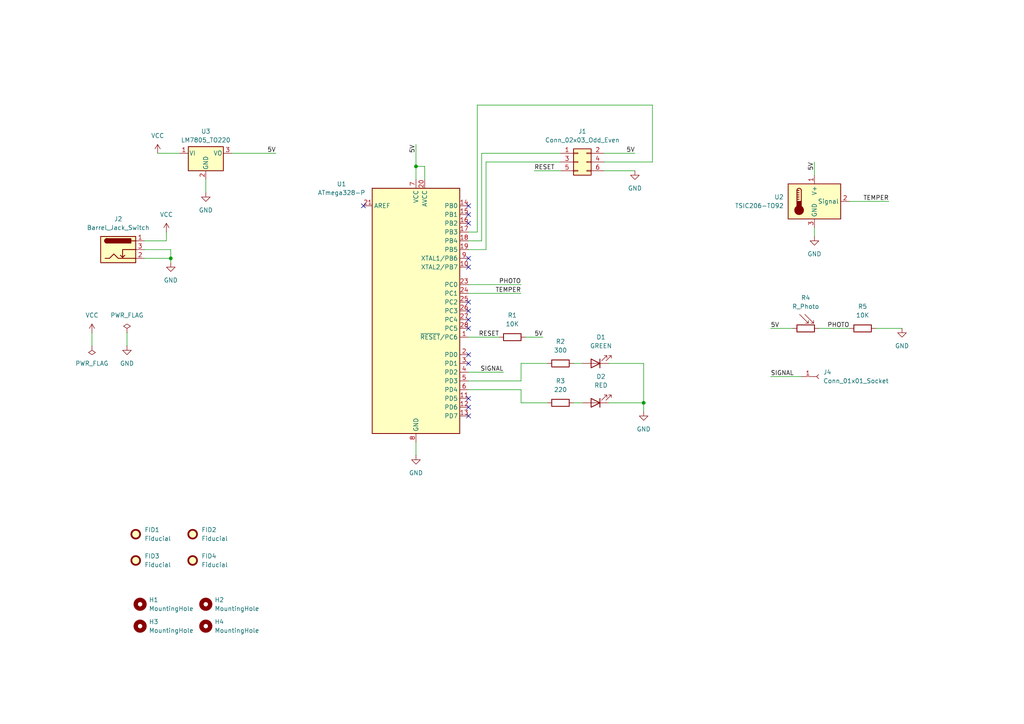
<source format=kicad_sch>
(kicad_sch (version 20231120) (generator "eeschema") (generator_version "8.0")
  (paper "A4")
  (lib_symbols
    (symbol "Connector:Barrel_Jack_Switch" (pin_names hide)
      (property "Reference" "J" (at 0 5.334 0))
      (property "Value" "Barrel_Jack_Switch" (at 0 -5.08 0))
      (symbol "Barrel_Jack_Switch_0_1"
        (rectangle (start -5.08 3.81) (end 5.08 -3.81) (stroke (width 0.254)) (fill (type background)))
        (arc (start -3.302 3.175) (mid -3.9343 2.54) (end -3.302 1.905) (stroke (width 0.254)))
        (arc (start -3.302 3.175) (mid -3.9343 2.54) (end -3.302 1.905) (stroke (width 0.254)) (fill (type outline)))
        (polyline (pts (xy 1.27 -2.286) (xy 1.905 -1.651)) (stroke (width 0.254)))
        (polyline (pts (xy 5.08 2.54) (xy 3.81 2.54)) (stroke (width 0.254)))
        (polyline (pts (xy 5.08 0) (xy 1.27 0) (xy 1.27 -2.286) (xy 0.635 -1.651)) (stroke (width 0.254)))
        (polyline (pts (xy -3.81 -2.54) (xy -2.54 -2.54) (xy -1.27 -1.27) (xy 0 -2.54) (xy 2.54 -2.54) (xy 5.08 -2.54)) (stroke (width 0.254)))
        (rectangle (start 3.683 3.175) (end -3.302 1.905) (stroke (width 0.254)) (fill (type outline)))
      )
      (symbol "Barrel_Jack_Switch_1_1"
        (pin passive line (at 7.62 2.54 180) (length 2.54) (name "~") (number "1"))
        (pin passive line (at 7.62 -2.54 180) (length 2.54) (name "~") (number "2"))
        (pin passive line (at 7.62 0 180) (length 2.54) (name "~") (number "3"))
      )
    )
    (symbol "Connector:Conn_01x01_Socket" (pin_names (offset 1.016) hide)
      (property "Reference" "J" (at 0 2.54 0))
      (property "Value" "Conn_01x01_Socket" (at 0 -2.54 0))
      (symbol "Conn_01x01_Socket_1_1"
        (polyline (pts (xy -1.27 0) (xy -0.508 0)) (stroke (width 0.1524)))
        (arc (start 0 0.508) (mid -0.5058 0) (end 0 -0.508) (stroke (width 0.1524)))
        (pin passive line (at -5.08 0 0) (length 3.81) (name "Pin_1") (number "1"))
      )
    )
    (symbol "Connector_Generic:Conn_02x03_Odd_Even" (pin_names (offset 1.016) hide)
      (property "Reference" "J" (at 1.27 5.08 0))
      (property "Value" "Conn_02x03_Odd_Even" (at 1.27 -5.08 0))
      (symbol "Conn_02x03_Odd_Even_1_1"
        (rectangle (start -1.27 -2.413) (end 0 -2.667) (stroke (width 0.1524)))
        (rectangle (start -1.27 0.127) (end 0 -0.127) (stroke (width 0.1524)))
        (rectangle (start -1.27 2.667) (end 0 2.413) (stroke (width 0.1524)))
        (rectangle (start -1.27 3.81) (end 3.81 -3.81) (stroke (width 0.254)) (fill (type background)))
        (rectangle (start 3.81 -2.413) (end 2.54 -2.667) (stroke (width 0.1524)))
        (rectangle (start 3.81 0.127) (end 2.54 -0.127) (stroke (width 0.1524)))
        (rectangle (start 3.81 2.667) (end 2.54 2.413) (stroke (width 0.1524)))
        (pin passive line (at -5.08 2.54 0) (length 3.81) (name "Pin_1") (number "1"))
        (pin passive line (at 7.62 2.54 180) (length 3.81) (name "Pin_2") (number "2"))
        (pin passive line (at -5.08 0 0) (length 3.81) (name "Pin_3") (number "3"))
        (pin passive line (at 7.62 0 180) (length 3.81) (name "Pin_4") (number "4"))
        (pin passive line (at -5.08 -2.54 0) (length 3.81) (name "Pin_5") (number "5"))
        (pin passive line (at 7.62 -2.54 180) (length 3.81) (name "Pin_6") (number "6"))
      )
    )
    (symbol "Device:LED" (pin_numbers hide) (pin_names (offset 1.016) hide)
      (property "Reference" "D" (at 0 2.54 0))
      (property "Value" "LED" (at 0 -2.54 0))
      (symbol "LED_0_1"
        (polyline (pts (xy -1.27 -1.27) (xy -1.27 1.27)) (stroke (width 0.254)))
        (polyline (pts (xy -1.27 0) (xy 1.27 0)))
        (polyline (pts (xy 1.27 -1.27) (xy 1.27 1.27) (xy -1.27 0) (xy 1.27 -1.27)) (stroke (width 0.254)))
        (polyline (pts (xy -3.048 -0.762) (xy -4.572 -2.286) (xy -3.81 -2.286) (xy -4.572 -2.286) (xy -4.572 -1.524)))
        (polyline (pts (xy -1.778 -0.762) (xy -3.302 -2.286) (xy -2.54 -2.286) (xy -3.302 -2.286) (xy -3.302 -1.524)))
      )
      (symbol "LED_1_1"
        (pin passive line (at -3.81 0 0) (length 2.54) (name "K") (number "1"))
        (pin passive line (at 3.81 0 180) (length 2.54) (name "A") (number "2"))
      )
    )
    (symbol "Device:R" (pin_numbers hide) (pin_names (offset 0))
      (property "Reference" "R" (at 2.032 0 90))
      (property "Value" "R" (at 0 0 90))
      (symbol "R_0_1"
        (rectangle (start -1.016 -2.54) (end 1.016 2.54) (stroke (width 0.254)))
      )
      (symbol "R_1_1"
        (pin passive line (at 0 3.81 270) (length 1.27) (name "~") (number "1"))
        (pin passive line (at 0 -3.81 90) (length 1.27) (name "~") (number "2"))
      )
    )
    (symbol "Device:R_Photo" (pin_numbers hide) (pin_names (offset 0))
      (property "Reference" "R" (at 1.27 1.27 0))
      (property "Value" "R_Photo" (at 1.27 0 0))
      (symbol "R_Photo_0_1"
        (rectangle (start -1.016 2.54) (end 1.016 -2.54) (stroke (width 0.254)))
        (polyline (pts (xy -1.524 -2.286) (xy -4.064 0.254)))
        (polyline (pts (xy -1.524 -2.286) (xy -2.286 -2.286)))
        (polyline (pts (xy -1.524 -2.286) (xy -1.524 -1.524)))
        (polyline (pts (xy -1.524 -0.762) (xy -4.064 1.778)))
        (polyline (pts (xy -1.524 -0.762) (xy -2.286 -0.762)))
        (polyline (pts (xy -1.524 -0.762) (xy -1.524 0)))
      )
      (symbol "R_Photo_1_1"
        (pin passive line (at 0 3.81 270) (length 1.27) (name "~") (number "1"))
        (pin passive line (at 0 -3.81 90) (length 1.27) (name "~") (number "2"))
      )
    )
    (symbol "MCU_Microchip_ATmega:ATmega328-P"
      (property "Reference" "U" (at -12.7 36.83 0))
      (property "Value" "ATmega328-P" (at 2.54 -36.83 0))
      (symbol "ATmega328-P_0_1"
        (rectangle (start -12.7 -35.56) (end 12.7 35.56) (stroke (width 0.254)) (fill (type background)))
      )
      (symbol "ATmega328-P_1_1"
        (pin bidirectional line (at 15.24 -7.62 180) (length 2.54) (name "~{RESET}/PC6") (number "1"))
        (pin bidirectional line (at 15.24 12.7 180) (length 2.54) (name "XTAL2/PB7") (number "10"))
        (pin bidirectional line (at 15.24 -25.4 180) (length 2.54) (name "PD5") (number "11"))
        (pin bidirectional line (at 15.24 -27.94 180) (length 2.54) (name "PD6") (number "12"))
        (pin bidirectional line (at 15.24 -30.48 180) (length 2.54) (name "PD7") (number "13"))
        (pin bidirectional line (at 15.24 30.48 180) (length 2.54) (name "PB0") (number "14"))
        (pin bidirectional line (at 15.24 27.94 180) (length 2.54) (name "PB1") (number "15"))
        (pin bidirectional line (at 15.24 25.4 180) (length 2.54) (name "PB2") (number "16"))
        (pin bidirectional line (at 15.24 22.86 180) (length 2.54) (name "PB3") (number "17"))
        (pin bidirectional line (at 15.24 20.32 180) (length 2.54) (name "PB4") (number "18"))
        (pin bidirectional line (at 15.24 17.78 180) (length 2.54) (name "PB5") (number "19"))
        (pin bidirectional line (at 15.24 -12.7 180) (length 2.54) (name "PD0") (number "2"))
        (pin power_in line (at 2.54 38.1 270) (length 2.54) (name "AVCC") (number "20"))
        (pin passive line (at -15.24 30.48 0) (length 2.54) (name "AREF") (number "21"))
        (pin passive line (at 0 -38.1 90) (length 2.54) hide (name "GND") (number "22"))
        (pin bidirectional line (at 15.24 7.62 180) (length 2.54) (name "PC0") (number "23"))
        (pin bidirectional line (at 15.24 5.08 180) (length 2.54) (name "PC1") (number "24"))
        (pin bidirectional line (at 15.24 2.54 180) (length 2.54) (name "PC2") (number "25"))
        (pin bidirectional line (at 15.24 0 180) (length 2.54) (name "PC3") (number "26"))
        (pin bidirectional line (at 15.24 -2.54 180) (length 2.54) (name "PC4") (number "27"))
        (pin bidirectional line (at 15.24 -5.08 180) (length 2.54) (name "PC5") (number "28"))
        (pin bidirectional line (at 15.24 -15.24 180) (length 2.54) (name "PD1") (number "3"))
        (pin bidirectional line (at 15.24 -17.78 180) (length 2.54) (name "PD2") (number "4"))
        (pin bidirectional line (at 15.24 -20.32 180) (length 2.54) (name "PD3") (number "5"))
        (pin bidirectional line (at 15.24 -22.86 180) (length 2.54) (name "PD4") (number "6"))
        (pin power_in line (at 0 38.1 270) (length 2.54) (name "VCC") (number "7"))
        (pin power_in line (at 0 -38.1 90) (length 2.54) (name "GND") (number "8"))
        (pin bidirectional line (at 15.24 15.24 180) (length 2.54) (name "XTAL1/PB6") (number "9"))
      )
    )
    (symbol "Mechanical:Fiducial" (exclude_from_sim yes) (in_bom no)
      (property "Reference" "FID" (at 0 5.08 0))
      (property "Value" "Fiducial" (at 0 3.175 0))
      (symbol "Fiducial_0_1"
        (circle (center 0 0) (radius 1.27) (stroke (width 0.508)) (fill (type background)))
      )
    )
    (symbol "Mechanical:MountingHole" (pin_names (offset 1.016)) (exclude_from_sim yes) (in_bom no)
      (property "Reference" "H" (at 0 5.08 0))
      (property "Value" "MountingHole" (at 0 3.175 0))
      (symbol "MountingHole_0_1"
        (circle (center 0 0) (radius 1.27) (stroke (width 1.27)))
      )
    )
    (symbol "Regulator_Linear:LM7805_TO220" (pin_names (offset 0.254))
      (property "Reference" "U" (at -3.81 3.175 0))
      (property "Value" "LM7805_TO220" (at 0 3.175 0))
      (symbol "LM7805_TO220_0_1"
        (rectangle (start -5.08 1.905) (end 5.08 -5.08) (stroke (width 0.254)) (fill (type background)))
      )
      (symbol "LM7805_TO220_1_1"
        (pin power_in line (at -7.62 0 0) (length 2.54) (name "VI") (number "1"))
        (pin power_in line (at 0 -7.62 90) (length 2.54) (name "GND") (number "2"))
        (pin power_out line (at 7.62 0 180) (length 2.54) (name "VO") (number "3"))
      )
    )
    (symbol "Sensor_Temperature:TSIC206-TO92"
      (property "Reference" "U" (at -6.35 6.35 0))
      (property "Value" "TSIC206-TO92" (at 1.27 6.35 0))
      (symbol "TSIC206-TO92_0_1"
        (rectangle (start -7.62 5.08) (end 7.62 -5.08) (stroke (width 0.254)) (fill (type background)))
        (circle (center -4.445 -2.54) (radius 1.27) (stroke (width 0.254)) (fill (type outline)))
        (rectangle (start -3.81 -1.905) (end -5.08 0) (stroke (width 0.254)) (fill (type outline)))
        (arc (start -3.81 3.175) (mid -4.445 3.8073) (end -5.08 3.175) (stroke (width 0.254)))
        (polyline (pts (xy -5.08 0.635) (xy -4.445 0.635)) (stroke (width 0.254)))
        (polyline (pts (xy -5.08 1.27) (xy -4.445 1.27)) (stroke (width 0.254)))
        (polyline (pts (xy -5.08 1.905) (xy -4.445 1.905)) (stroke (width 0.254)))
        (polyline (pts (xy -5.08 2.54) (xy -4.445 2.54)) (stroke (width 0.254)))
        (polyline (pts (xy -5.08 3.175) (xy -5.08 0)) (stroke (width 0.254)))
        (polyline (pts (xy -5.08 3.175) (xy -4.445 3.175)) (stroke (width 0.254)))
        (polyline (pts (xy -3.81 3.175) (xy -3.81 0)) (stroke (width 0.254)))
      )
      (symbol "TSIC206-TO92_1_1"
        (pin power_in line (at 0 7.62 270) (length 2.54) (name "V+") (number "1"))
        (pin output line (at 10.16 0 180) (length 2.54) (name "Signal") (number "2"))
        (pin power_in line (at 0 -7.62 90) (length 2.54) (name "GND") (number "3"))
      )
    )
    (symbol "power:GND" (power) (pin_numbers hide) (pin_names (offset 0) hide)
      (property "Value" "GND" (at 0 -3.81 0))
      (symbol "GND_0_1"
        (polyline (pts (xy 0 0) (xy 0 -1.27) (xy 1.27 -1.27) (xy 0 -2.54) (xy -1.27 -1.27) (xy 0 -1.27)))
      )
      (symbol "GND_1_1"
        (pin power_in line (at 0 0 270) (length 0) (name "~") (number "1"))
      )
    )
    (symbol "power:PWR_FLAG" (power) (pin_numbers hide) (pin_names (offset 0) hide)
      (property "Value" "PWR_FLAG" (at 0 3.81 0))
      (symbol "PWR_FLAG_0_0"
        (pin power_out line (at 0 0 90) (length 0) (name "~") (number "1"))
      )
      (symbol "PWR_FLAG_0_1"
        (polyline (pts (xy 0 0) (xy 0 1.27) (xy -1.016 1.905) (xy 0 2.54) (xy 1.016 1.905) (xy 0 1.27)))
      )
    )
    (symbol "power:VCC" (power) (pin_numbers hide) (pin_names (offset 0) hide)
      (property "Value" "VCC" (at 0 3.556 0))
      (symbol "VCC_0_1"
        (polyline (pts (xy -0.762 1.27) (xy 0 2.54)))
        (polyline (pts (xy 0 0) (xy 0 2.54)))
        (polyline (pts (xy 0 2.54) (xy 0.762 1.27)))
      )
      (symbol "VCC_1_1"
        (pin power_in line (at 0 0 90) (length 0) (name "~") (number "1"))
      )
    )
  )
  (junction (at 186.69 116.84))
  (junction (at 49.53 74.93))
  (junction (at 120.65 48.26))
  (no_connect (at 135.89 120.65))
  (no_connect (at 135.89 102.87))
  (no_connect (at 135.89 105.41))
  (no_connect (at 135.89 64.77))
  (no_connect (at 135.89 59.69))
  (no_connect (at 135.89 92.71))
  (no_connect (at 135.89 77.47))
  (no_connect (at 135.89 118.11))
  (no_connect (at 135.89 115.57))
  (no_connect (at 135.89 62.23))
  (no_connect (at 135.89 95.25))
  (no_connect (at 135.89 87.63))
  (no_connect (at 135.89 74.93))
  (no_connect (at 135.89 90.17))
  (no_connect (at 105.41 59.69))
  (wire (pts (xy 175.26 44.45) (xy 184.15 44.45)))
  (wire (pts (xy 67.31 44.45) (xy 80.01 44.45)))
  (wire (pts (xy 176.53 116.84) (xy 186.69 116.84)))
  (wire (pts (xy 41.91 74.93) (xy 49.53 74.93)))
  (wire (pts (xy 154.94 49.53) (xy 162.56 49.53)))
  (wire (pts (xy 236.22 46.99) (xy 236.22 50.8)))
  (wire (pts (xy 223.52 95.25) (xy 229.87 95.25)))
  (wire (pts (xy 48.26 69.85) (xy 48.26 67.31)))
  (wire (pts (xy 123.19 48.26) (xy 123.19 52.07)))
  (wire (pts (xy 138.43 67.31) (xy 138.43 30.48)))
  (wire (pts (xy 36.83 96.52) (xy 36.83 100.33)))
  (wire (pts (xy 135.89 85.09) (xy 151.13 85.09)))
  (wire (pts (xy 135.89 67.31) (xy 138.43 67.31)))
  (wire (pts (xy 151.13 116.84) (xy 158.75 116.84)))
  (wire (pts (xy 189.23 30.48) (xy 189.23 46.99)))
  (wire (pts (xy 120.65 48.26) (xy 120.65 52.07)))
  (wire (pts (xy 139.7 44.45) (xy 162.56 44.45)))
  (wire (pts (xy 120.65 128.27) (xy 120.65 132.08)))
  (wire (pts (xy 140.97 46.99) (xy 162.56 46.99)))
  (wire (pts (xy 236.22 66.04) (xy 236.22 68.58)))
  (wire (pts (xy 135.89 69.85) (xy 139.7 69.85)))
  (wire (pts (xy 135.89 110.49) (xy 151.13 110.49)))
  (wire (pts (xy 135.89 72.39) (xy 140.97 72.39)))
  (wire (pts (xy 151.13 110.49) (xy 151.13 105.41)))
  (wire (pts (xy 246.38 58.42) (xy 257.81 58.42)))
  (wire (pts (xy 189.23 46.99) (xy 175.26 46.99)))
  (wire (pts (xy 186.69 116.84) (xy 186.69 119.38)))
  (wire (pts (xy 41.91 72.39) (xy 49.53 72.39)))
  (wire (pts (xy 152.4 97.79) (xy 157.48 97.79)))
  (wire (pts (xy 135.89 107.95) (xy 146.05 107.95)))
  (wire (pts (xy 49.53 74.93) (xy 49.53 76.2)))
  (wire (pts (xy 223.52 109.22) (xy 232.41 109.22)))
  (wire (pts (xy 135.89 113.03) (xy 151.13 113.03)))
  (wire (pts (xy 59.69 52.07) (xy 59.69 55.88)))
  (wire (pts (xy 186.69 105.41) (xy 186.69 116.84)))
  (wire (pts (xy 135.89 97.79) (xy 144.78 97.79)))
  (wire (pts (xy 138.43 30.48) (xy 189.23 30.48)))
  (wire (pts (xy 237.49 95.25) (xy 246.38 95.25)))
  (wire (pts (xy 176.53 105.41) (xy 186.69 105.41)))
  (wire (pts (xy 166.37 116.84) (xy 168.91 116.84)))
  (wire (pts (xy 123.19 48.26) (xy 120.65 48.26)))
  (wire (pts (xy 166.37 105.41) (xy 168.91 105.41)))
  (wire (pts (xy 45.72 44.45) (xy 52.07 44.45)))
  (wire (pts (xy 254 95.25) (xy 261.62 95.25)))
  (wire (pts (xy 175.26 49.53) (xy 184.15 49.53)))
  (wire (pts (xy 41.91 69.85) (xy 48.26 69.85)))
  (wire (pts (xy 139.7 69.85) (xy 139.7 44.45)))
  (wire (pts (xy 151.13 113.03) (xy 151.13 116.84)))
  (wire (pts (xy 151.13 105.41) (xy 158.75 105.41)))
  (wire (pts (xy 135.89 82.55) (xy 151.13 82.55)))
  (wire (pts (xy 49.53 72.39) (xy 49.53 74.93)))
  (wire (pts (xy 120.65 41.91) (xy 120.65 48.26)))
  (wire (pts (xy 140.97 72.39) (xy 140.97 46.99)))
  (wire (pts (xy 26.67 96.52) (xy 26.67 100.33)))
  (label "SIGNAL" (at 146.05 107.95 180))
  (label "SIGNAL" (at 223.52 109.22 0))
  (label "5V" (at 223.52 95.25 0))
  (label "5V" (at 236.22 46.99 270))
  (label "5V" (at 120.65 41.91 270))
  (label "5V" (at 157.48 97.79 180))
  (label "RESET" (at 144.78 97.79 180))
  (label "TEMPER" (at 151.13 85.09 180))
  (label "PHOTO" (at 151.13 82.55 180))
  (label "5V" (at 184.15 44.45 180))
  (label "RESET" (at 154.94 49.53 0))
  (label "PHOTO" (at 246.38 95.25 180))
  (label "5V" (at 80.01 44.45 180))
  (label "TEMPER" (at 257.81 58.42 180))
  (symbol (lib_id "power:GND") (at 120.65 132.08 0) (unit 1)
    (property "Reference" "#PWR02" (effects (hide yes)))
    (property "Value" "GND" (at 120.65 137.16 0))
    (property "Description" "Power symbol creates a global label with name \"GND\" , ground" (effects (hide yes)))
  )
  (symbol (lib_id "Device:R") (at 148.59 97.79 90) (unit 1)
    (property "Reference" "R1" (at 148.59 91.44 90))
    (property "Value" "10K" (at 148.59 93.98 90))
    (property "Footprint" "Resistor_THT:R_Axial_DIN0207_L6.3mm_D2.5mm_P10.16mm_Horizontal" (effects (hide yes)))
    (property "Description" "Resistor" (effects (hide yes)))
  )
  (symbol (lib_id "power:PWR_FLAG") (at 26.67 100.33 180) (unit 1)
    (property "Reference" "#FLG01" (effects (hide yes)))
    (property "Value" "PWR_FLAG" (at 26.67 105.41 0))
    (property "Description" "Special symbol for telling ERC where power comes from" (effects (hide yes)))
  )
  (symbol (lib_id "Mechanical:Fiducial") (at 55.88 154.94 0) (unit 1) (exclude_from_sim yes) (in_bom no)
    (property "Reference" "FID2" (at 58.42 153.6699 0) (effects (justify left)))
    (property "Value" "Fiducial" (at 58.42 156.2099 0) (effects (justify left)))
    (property "Footprint" "Fiducial:Fiducial_1mm_Mask2mm" (effects (hide yes)))
    (property "Description" "Fiducial Marker" (effects (hide yes)))
  )
  (symbol (lib_id "Mechanical:Fiducial") (at 55.88 162.56 0) (unit 1) (exclude_from_sim yes) (in_bom no)
    (property "Reference" "FID4" (at 58.42 161.2899 0) (effects (justify left)))
    (property "Value" "Fiducial" (at 58.42 163.8299 0) (effects (justify left)))
    (property "Footprint" "Fiducial:Fiducial_1mm_Mask2mm" (effects (hide yes)))
    (property "Description" "Fiducial Marker" (effects (hide yes)))
  )
  (symbol (lib_id "power:GND") (at 36.83 100.33 0) (unit 1)
    (property "Reference" "#PWR03" (effects (hide yes)))
    (property "Value" "GND" (at 36.83 105.41 0))
    (property "Description" "Power symbol creates a global label with name \"GND\" , ground" (effects (hide yes)))
  )
  (symbol (lib_id "Mechanical:MountingHole") (at 40.64 175.26 0) (unit 1) (exclude_from_sim yes) (in_bom no)
    (property "Reference" "H1" (at 43.18 173.9899 0) (effects (justify left)))
    (property "Value" "MountingHole" (at 43.18 176.5299 0) (effects (justify left)))
    (property "Footprint" "MountingHole:MountingHole_3.2mm_M3" (effects (hide yes)))
    (property "Description" "Mounting Hole without connection" (effects (hide yes)))
  )
  (symbol (lib_id "Regulator_Linear:LM7805_TO220") (at 59.69 44.45 0) (unit 1)
    (property "Reference" "U3" (at 59.69 38.1 0))
    (property "Value" "LM7805_TO220" (at 59.69 40.64 0))
    (property "Footprint" "Package_TO_SOT_THT:TO-220-3_Vertical" (effects (hide yes)))
    (property "Datasheet" "https://www.onsemi.cn/PowerSolutions/document/MC7800-D.PDF" (effects (hide yes)))
    (property "Description" "Positive 1A 35V Linear Regulator, Fixed Output 5V, TO-220" (effects (hide yes)))
  )
  (symbol (lib_id "power:GND") (at 184.15 49.53 0) (unit 1)
    (property "Reference" "#PWR05" (effects (hide yes)))
    (property "Value" "GND" (at 184.15 54.61 0))
    (property "Description" "Power symbol creates a global label with name \"GND\" , ground" (effects (hide yes)))
  )
  (symbol (lib_id "MCU_Microchip_ATmega:ATmega328-P") (at 120.65 90.17 0) (unit 1)
    (property "Reference" "U1" (at 99.06 53.3714 0))
    (property "Value" "ATmega328-P" (at 99.06 55.9114 0))
    (property "Footprint" "Package_DIP:DIP-28_W7.62mm" (effects (hide yes)))
    (property "Datasheet" "http://ww1.microchip.com/downloads/en/DeviceDoc/ATmega328_P%20AVR%20MCU%20with%20picoPower%20Technology%20Data%20Sheet%2040001984A.pdf" (effects (hide yes)))
    (property "Description" "20MHz, 32kB Flash, 2kB SRAM, 1kB EEPROM, DIP-28" (effects (hide yes)))
  )
  (symbol (lib_id "Device:LED") (at 172.72 116.84 180) (unit 1)
    (property "Reference" "D2" (at 174.3075 109.22 0))
    (property "Value" "RED" (at 174.3075 111.76 0))
    (property "Footprint" "LED_THT:LED_D5.0mm_Clear" (effects (hide yes)))
    (property "Description" "Light emitting diode" (effects (hide yes)))
  )
  (symbol (lib_id "Connector_Generic:Conn_02x03_Odd_Even") (at 167.64 46.99 0) (unit 1)
    (property "Reference" "J1" (at 168.91 38.1 0))
    (property "Value" "Conn_02x03_Odd_Even" (at 168.91 40.64 0))
    (property "Footprint" "Connector_PinHeader_2.54mm:PinHeader_2x03_P2.54mm_Vertical" (effects (hide yes)))
    (property "Description" "Generic connector, double row, 02x03, odd/even pin numbering scheme (row 1 odd numbers, row 2 even numbers), script generated (kicad-library-utils/schlib/autogen/connector/)" (effects (hide yes)))
  )
  (symbol (lib_id "Sensor_Temperature:TSIC206-TO92") (at 236.22 58.42 0) (unit 1)
    (property "Reference" "U2" (at 227.33 57.1499 0) (effects (justify right)))
    (property "Value" "TSIC206-TO92" (at 227.33 59.6899 0) (effects (justify right)))
    (property "Footprint" "Package_TO_SOT_THT:TO-92_Inline" (effects (hide yes)))
    (property "Datasheet" "https://shop.bb-sensors.com/out/media/Datasheet_Digital_Semiconductor_temperatur_sensor_TSIC.pdf" (effects (hide yes)))
    (property "Description" "Digital temperature sensor, range -50 ... +150 °C, 0.5 K accuracy, TO-92" (effects (hide yes)))
  )
  (symbol (lib_id "power:VCC") (at 48.26 67.31 0) (unit 1)
    (property "Reference" "#PWR07" (effects (hide yes)))
    (property "Value" "VCC" (at 48.26 62.23 0))
    (property "Description" "Power symbol creates a global label with name \"VCC\"" (effects (hide yes)))
  )
  (symbol (lib_id "Device:LED") (at 172.72 105.41 180) (unit 1)
    (property "Reference" "D1" (at 174.3075 97.79 0))
    (property "Value" "GREEN" (at 174.3075 100.33 0))
    (property "Footprint" "LED_THT:LED_D5.0mm_Clear" (effects (hide yes)))
    (property "Description" "Light emitting diode" (effects (hide yes)))
  )
  (symbol (lib_id "Mechanical:Fiducial") (at 39.37 154.94 0) (unit 1) (exclude_from_sim yes) (in_bom no)
    (property "Reference" "FID1" (at 41.91 153.6699 0) (effects (justify left)))
    (property "Value" "Fiducial" (at 41.91 156.2099 0) (effects (justify left)))
    (property "Footprint" "Fiducial:Fiducial_1mm_Mask2mm" (effects (hide yes)))
    (property "Description" "Fiducial Marker" (effects (hide yes)))
  )
  (symbol (lib_id "Mechanical:MountingHole") (at 59.69 175.26 0) (unit 1) (exclude_from_sim yes) (in_bom no)
    (property "Reference" "H2" (at 62.23 173.9899 0) (effects (justify left)))
    (property "Value" "MountingHole" (at 62.23 176.5299 0) (effects (justify left)))
    (property "Footprint" "MountingHole:MountingHole_3.2mm_M3" (effects (hide yes)))
    (property "Description" "Mounting Hole without connection" (effects (hide yes)))
  )
  (symbol (lib_id "Connector:Barrel_Jack_Switch") (at 34.29 72.39 0) (unit 1)
    (property "Reference" "J2" (at 34.29 63.5 0))
    (property "Value" "Barrel_Jack_Switch" (at 34.29 66.04 0))
    (property "Footprint" "Connector_BarrelJack:BarrelJack_Horizontal" (effects (hide yes)))
    (property "Description" "DC Barrel Jack with an internal switch" (effects (hide yes)))
  )
  (symbol (lib_id "power:GND") (at 49.53 76.2 0) (unit 1)
    (property "Reference" "#PWR06" (effects (hide yes)))
    (property "Value" "GND" (at 49.53 81.28 0))
    (property "Description" "Power symbol creates a global label with name \"GND\" , ground" (effects (hide yes)))
  )
  (symbol (lib_id "power:PWR_FLAG") (at 36.83 96.52 0) (unit 1)
    (property "Reference" "#FLG02" (effects (hide yes)))
    (property "Value" "PWR_FLAG" (at 36.83 91.44 0))
    (property "Description" "Special symbol for telling ERC where power comes from" (effects (hide yes)))
  )
  (symbol (lib_id "power:VCC") (at 26.67 96.52 0) (unit 1)
    (property "Reference" "#PWR01" (effects (hide yes)))
    (property "Value" "VCC" (at 26.67 91.44 0))
    (property "Description" "Power symbol creates a global label with name \"VCC\"" (effects (hide yes)))
  )
  (symbol (lib_id "power:GND") (at 236.22 68.58 0) (unit 1)
    (property "Reference" "#PWR010" (effects (hide yes)))
    (property "Value" "GND" (at 236.22 73.66 0))
    (property "Description" "Power symbol creates a global label with name \"GND\" , ground" (effects (hide yes)))
  )
  (symbol (lib_id "Mechanical:Fiducial") (at 39.37 162.56 0) (unit 1) (exclude_from_sim yes) (in_bom no)
    (property "Reference" "FID3" (at 41.91 161.2899 0) (effects (justify left)))
    (property "Value" "Fiducial" (at 41.91 163.8299 0) (effects (justify left)))
    (property "Footprint" "Fiducial:Fiducial_1mm_Mask2mm" (effects (hide yes)))
    (property "Description" "Fiducial Marker" (effects (hide yes)))
  )
  (symbol (lib_id "Device:R") (at 162.56 105.41 90) (unit 1)
    (property "Reference" "R2" (at 162.56 99.06 90))
    (property "Value" "300" (at 162.56 101.6 90))
    (property "Footprint" "Resistor_THT:R_Axial_DIN0207_L6.3mm_D2.5mm_P10.16mm_Horizontal" (effects (hide yes)))
    (property "Description" "Resistor" (effects (hide yes)))
  )
  (symbol (lib_id "power:VCC") (at 45.72 44.45 0) (unit 1)
    (property "Reference" "#PWR015" (effects (hide yes)))
    (property "Value" "VCC" (at 45.72 39.37 0))
    (property "Description" "Power symbol creates a global label with name \"VCC\"" (effects (hide yes)))
  )
  (symbol (lib_id "Device:R_Photo") (at 233.68 95.25 90) (mirror x) (unit 1)
    (property "Reference" "R4" (at 233.68 86.36 90))
    (property "Value" "R_Photo" (at 233.68 88.9 90))
    (property "Footprint" "OptoDevice:R_LDR_5.1x4.3mm_P3.4mm_Vertical" (effects (hide yes)))
    (property "Description" "Photoresistor" (effects (hide yes)))
  )
  (symbol (lib_id "Mechanical:MountingHole") (at 59.69 181.61 0) (unit 1) (exclude_from_sim yes) (in_bom no)
    (property "Reference" "H4" (at 62.23 180.3399 0) (effects (justify left)))
    (property "Value" "MountingHole" (at 62.23 182.8799 0) (effects (justify left)))
    (property "Footprint" "MountingHole:MountingHole_3.2mm_M3" (effects (hide yes)))
    (property "Description" "Mounting Hole without connection" (effects (hide yes)))
  )
  (symbol (lib_id "Mechanical:MountingHole") (at 40.64 181.61 0) (unit 1) (exclude_from_sim yes) (in_bom no)
    (property "Reference" "H3" (at 43.18 180.3399 0) (effects (justify left)))
    (property "Value" "MountingHole" (at 43.18 182.8799 0) (effects (justify left)))
    (property "Footprint" "MountingHole:MountingHole_3.2mm_M3" (effects (hide yes)))
    (property "Description" "Mounting Hole without connection" (effects (hide yes)))
  )
  (symbol (lib_id "power:GND") (at 261.62 95.25 0) (unit 1)
    (property "Reference" "#PWR09" (effects (hide yes)))
    (property "Value" "GND" (at 261.62 100.33 0))
    (property "Description" "Power symbol creates a global label with name \"GND\" , ground" (effects (hide yes)))
  )
  (symbol (lib_id "Device:R") (at 162.56 116.84 270) (unit 1)
    (property "Reference" "R3" (at 162.56 110.49 90))
    (property "Value" "220" (at 162.56 113.03 90))
    (property "Footprint" "Resistor_THT:R_Axial_DIN0207_L6.3mm_D2.5mm_P10.16mm_Horizontal" (effects (hide yes)))
    (property "Description" "Resistor" (effects (hide yes)))
  )
  (symbol (lib_id "power:GND") (at 186.69 119.38 0) (unit 1)
    (property "Reference" "#PWR08" (effects (hide yes)))
    (property "Value" "GND" (at 186.69 124.46 0))
    (property "Description" "Power symbol creates a global label with name \"GND\" , ground" (effects (hide yes)))
  )
  (symbol (lib_id "Device:R") (at 250.19 95.25 90) (unit 1)
    (property "Reference" "R5" (at 250.19 88.9 90))
    (property "Value" "10K" (at 250.19 91.44 90))
    (property "Footprint" "Resistor_THT:R_Axial_DIN0207_L6.3mm_D2.5mm_P10.16mm_Horizontal" (effects (hide yes)))
    (property "Description" "Resistor" (effects (hide yes)))
  )
  (symbol (lib_id "Connector:Conn_01x01_Socket") (at 237.49 109.22 0) (unit 1)
    (property "Reference" "J4" (at 238.76 107.9499 0) (effects (justify left)))
    (property "Value" "Conn_01x01_Socket" (at 238.76 110.4899 0) (effects (justify left)))
    (property "Footprint" "Connector_Pin:Pin_D1.0mm_L10.0mm" (effects (hide yes)))
    (property "Description" "Generic connector, single row, 01x01, script generated" (effects (hide yes)))
  )
  (symbol (lib_id "power:GND") (at 59.69 55.88 0) (unit 1)
    (property "Reference" "#PWR014" (effects (hide yes)))
    (property "Value" "GND" (at 59.69 60.96 0))
    (property "Description" "Power symbol creates a global label with name \"GND\" , ground" (effects (hide yes)))
  )
)
</source>
